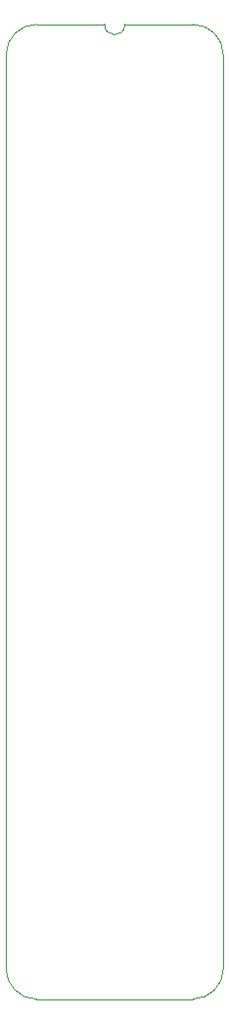
<source format=gm1>
%TF.GenerationSoftware,KiCad,Pcbnew,8.0.4*%
%TF.CreationDate,2024-08-22T14:22:44+02:00*%
%TF.ProjectId,Device Buffer,44657669-6365-4204-9275-666665722e6b,V1*%
%TF.SameCoordinates,PX54c81a0PY37b6b20*%
%TF.FileFunction,Profile,NP*%
%FSLAX46Y46*%
G04 Gerber Fmt 4.6, Leading zero omitted, Abs format (unit mm)*
G04 Created by KiCad (PCBNEW 8.0.4) date 2024-08-22 14:22:44*
%MOMM*%
%LPD*%
G01*
G04 APERTURE LIST*
%TA.AperFunction,Profile*%
%ADD10C,0.100000*%
%TD*%
G04 APERTURE END LIST*
D10*
%TO.C,J2*%
X-1778000Y-78740000D02*
X-1778000Y0D01*
X6727456Y2616200D02*
X832188Y2613732D01*
X14400723Y2613733D02*
X8505456Y2616200D01*
X14404268Y-81353732D02*
X835733Y-81353733D01*
X17018000Y-78740000D02*
X17017999Y1D01*
X-1781544Y0D02*
G75*
G02*
X832188Y2613732I2613731J1D01*
G01*
X835733Y-81353733D02*
G75*
G02*
X-1778000Y-78740000I-6J2613727D01*
G01*
X8505456Y2616200D02*
G75*
G02*
X6727456Y2616200I-889000J0D01*
G01*
X14404267Y2613733D02*
G75*
G02*
X17017993Y1I-17J-2613743D01*
G01*
X17018000Y-78740000D02*
G75*
G02*
X14404268Y-81353730I-2613730J0D01*
G01*
%TD*%
M02*

</source>
